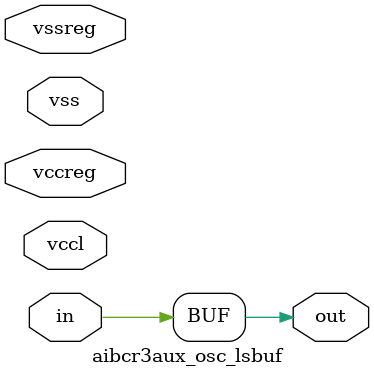
<source format=v>
module aibcr3aux_osc_lsbuf(	// file.cleaned.mlir:2:3
  inout  vccl,	// file.cleaned.mlir:2:40
         vccreg,	// file.cleaned.mlir:2:58
         vss,	// file.cleaned.mlir:2:78
         vssreg,	// file.cleaned.mlir:2:95
  input  in,	// file.cleaned.mlir:2:112
  output out	// file.cleaned.mlir:2:126
);

  assign out = in;	// file.cleaned.mlir:3:5
endmodule


</source>
